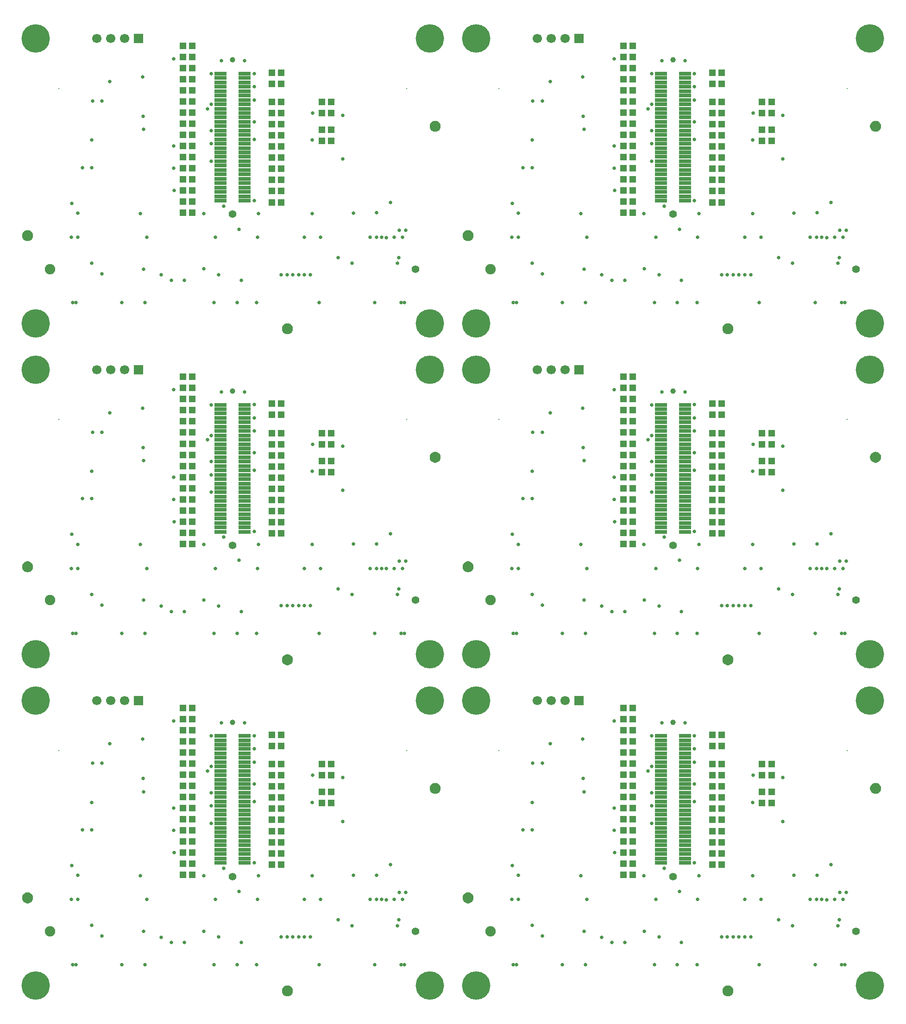
<source format=gbs>
G04*
G04 #@! TF.GenerationSoftware,Altium Limited,Altium Designer,19.0.15 (446)*
G04*
G04 Layer_Color=16711935*
%FSLAX43Y43*%
%MOMM*%
G71*
G01*
G75*
%ADD20C,1.700*%
%ADD34C,1.000*%
%ADD35R,1.300X1.200*%
%ADD39C,1.900*%
%ADD40C,1.400*%
%ADD41C,5.200*%
%ADD42R,1.700X1.700*%
%ADD43C,0.657*%
%ADD44R,2.200X0.700*%
%ADD45C,0.200*%
G36*
X167500Y162000D02*
X167598Y162000D01*
X167792Y161962D01*
X167974Y161886D01*
X168137Y161777D01*
X168277Y161637D01*
X168386Y161474D01*
X168462Y161292D01*
X168500Y161098D01*
X168500Y161000D01*
Y161000D01*
X168500Y160902D01*
X168462Y160708D01*
X168386Y160526D01*
X168277Y160363D01*
X168137Y160223D01*
X167974Y160114D01*
X167792Y160038D01*
X167599Y160000D01*
X167500D01*
X167402Y160000D01*
X167208Y160038D01*
X167026Y160114D01*
X166863Y160223D01*
X166723Y160363D01*
X166614Y160526D01*
X166538Y160708D01*
X166500Y160902D01*
X166500Y161000D01*
X166500Y161098D01*
X166538Y161292D01*
X166614Y161474D01*
X166723Y161637D01*
X166863Y161777D01*
X167026Y161886D01*
X167208Y161962D01*
X167402Y162000D01*
X167500Y162000D01*
D02*
G37*
G36*
X87000D02*
X87099Y162000D01*
X87292Y161962D01*
X87474Y161886D01*
X87637Y161777D01*
X87777Y161637D01*
X87886Y161474D01*
X87962Y161292D01*
X88000Y161098D01*
X88000Y161000D01*
Y161000D01*
X88000Y160902D01*
X87962Y160708D01*
X87886Y160526D01*
X87777Y160363D01*
X87637Y160223D01*
X87474Y160114D01*
X87292Y160038D01*
X87099Y160000D01*
X87000D01*
X86902Y160000D01*
X86708Y160038D01*
X86526Y160114D01*
X86363Y160223D01*
X86223Y160363D01*
X86114Y160526D01*
X86038Y160708D01*
X86000Y160902D01*
X86000Y161000D01*
X86000Y161098D01*
X86038Y161292D01*
X86114Y161474D01*
X86223Y161637D01*
X86363Y161777D01*
X86526Y161886D01*
X86708Y161962D01*
X86902Y162000D01*
X87000Y162000D01*
D02*
G37*
G36*
X93000Y142000D02*
X93099Y142000D01*
X93292Y141962D01*
X93474Y141886D01*
X93637Y141777D01*
X93777Y141637D01*
X93886Y141474D01*
X93962Y141292D01*
X94000Y141098D01*
X94000Y141000D01*
Y141000D01*
X94000Y140902D01*
X93962Y140708D01*
X93886Y140526D01*
X93777Y140363D01*
X93637Y140223D01*
X93474Y140114D01*
X93292Y140038D01*
X93099Y140000D01*
X93000D01*
X92902Y140000D01*
X92708Y140038D01*
X92526Y140114D01*
X92363Y140223D01*
X92223Y140363D01*
X92114Y140526D01*
X92038Y140708D01*
X92000Y140902D01*
X92000Y141000D01*
X92000Y141098D01*
X92038Y141292D01*
X92114Y141474D01*
X92223Y141637D01*
X92363Y141777D01*
X92526Y141886D01*
X92708Y141962D01*
X92902Y142000D01*
X93000Y142000D01*
D02*
G37*
G36*
X12500D02*
X12599Y142000D01*
X12792Y141962D01*
X12974Y141886D01*
X13137Y141777D01*
X13277Y141637D01*
X13386Y141474D01*
X13462Y141292D01*
X13500Y141098D01*
X13500Y141000D01*
Y141000D01*
X13500Y140902D01*
X13462Y140708D01*
X13386Y140526D01*
X13277Y140363D01*
X13137Y140223D01*
X12974Y140114D01*
X12792Y140038D01*
X12599Y140000D01*
X12500D01*
X12402Y140000D01*
X12208Y140038D01*
X12026Y140114D01*
X11863Y140223D01*
X11723Y140363D01*
X11614Y140526D01*
X11538Y140708D01*
X11500Y140902D01*
X11500Y141000D01*
X11500Y141098D01*
X11538Y141292D01*
X11614Y141474D01*
X11723Y141637D01*
X11863Y141777D01*
X12026Y141886D01*
X12208Y141962D01*
X12402Y142000D01*
X12500Y142000D01*
D02*
G37*
G36*
X140500Y125000D02*
X140598Y125000D01*
X140792Y124962D01*
X140974Y124886D01*
X141137Y124777D01*
X141277Y124637D01*
X141386Y124474D01*
X141462Y124292D01*
X141500Y124098D01*
X141500Y124000D01*
Y124000D01*
X141500Y123901D01*
X141462Y123708D01*
X141386Y123526D01*
X141277Y123363D01*
X141137Y123223D01*
X140974Y123114D01*
X140792Y123038D01*
X140599Y123000D01*
X140500D01*
X140402Y123000D01*
X140208Y123038D01*
X140026Y123114D01*
X139863Y123223D01*
X139723Y123363D01*
X139614Y123526D01*
X139538Y123708D01*
X139500Y123901D01*
X139500Y124000D01*
X139500Y124098D01*
X139538Y124292D01*
X139614Y124474D01*
X139723Y124637D01*
X139863Y124777D01*
X140026Y124886D01*
X140208Y124962D01*
X140402Y125000D01*
X140500Y125000D01*
D02*
G37*
G36*
X60000D02*
X60098Y125000D01*
X60292Y124962D01*
X60474Y124886D01*
X60637Y124777D01*
X60777Y124637D01*
X60886Y124474D01*
X60962Y124292D01*
X61000Y124098D01*
X61000Y124000D01*
Y124000D01*
X61000Y123901D01*
X60962Y123708D01*
X60886Y123526D01*
X60777Y123363D01*
X60637Y123223D01*
X60474Y123114D01*
X60292Y123038D01*
X60099Y123000D01*
X60000D01*
X59902Y123000D01*
X59708Y123038D01*
X59526Y123114D01*
X59363Y123223D01*
X59223Y123363D01*
X59114Y123526D01*
X59038Y123708D01*
X59000Y123901D01*
X59000Y124000D01*
X59000Y124098D01*
X59038Y124292D01*
X59114Y124474D01*
X59223Y124637D01*
X59363Y124777D01*
X59526Y124886D01*
X59708Y124962D01*
X59902Y125000D01*
X60000Y125000D01*
D02*
G37*
G36*
X167500Y101500D02*
X167598Y101500D01*
X167792Y101462D01*
X167974Y101386D01*
X168137Y101277D01*
X168277Y101137D01*
X168386Y100974D01*
X168462Y100792D01*
X168500Y100598D01*
X168500Y100500D01*
Y100500D01*
X168500Y100401D01*
X168462Y100208D01*
X168386Y100026D01*
X168277Y99863D01*
X168137Y99723D01*
X167974Y99614D01*
X167792Y99538D01*
X167599Y99500D01*
X167500D01*
X167402Y99500D01*
X167208Y99538D01*
X167026Y99614D01*
X166863Y99723D01*
X166723Y99863D01*
X166614Y100026D01*
X166538Y100208D01*
X166500Y100401D01*
X166500Y100500D01*
X166500Y100598D01*
X166538Y100792D01*
X166614Y100974D01*
X166723Y101137D01*
X166863Y101277D01*
X167026Y101386D01*
X167208Y101462D01*
X167402Y101500D01*
X167500Y101500D01*
D02*
G37*
G36*
X87000D02*
X87099Y101500D01*
X87292Y101462D01*
X87474Y101386D01*
X87637Y101277D01*
X87777Y101137D01*
X87886Y100974D01*
X87962Y100792D01*
X88000Y100598D01*
X88000Y100500D01*
Y100500D01*
X88000Y100401D01*
X87962Y100208D01*
X87886Y100026D01*
X87777Y99863D01*
X87637Y99723D01*
X87474Y99614D01*
X87292Y99538D01*
X87099Y99500D01*
X87000D01*
X86902Y99500D01*
X86708Y99538D01*
X86526Y99614D01*
X86363Y99723D01*
X86223Y99863D01*
X86114Y100026D01*
X86038Y100208D01*
X86000Y100401D01*
X86000Y100500D01*
X86000Y100598D01*
X86038Y100792D01*
X86114Y100974D01*
X86223Y101137D01*
X86363Y101277D01*
X86526Y101386D01*
X86708Y101462D01*
X86902Y101500D01*
X87000Y101500D01*
D02*
G37*
G36*
X93000Y81500D02*
X93099Y81500D01*
X93292Y81462D01*
X93474Y81386D01*
X93637Y81277D01*
X93777Y81137D01*
X93886Y80974D01*
X93962Y80792D01*
X94000Y80598D01*
X94000Y80500D01*
Y80500D01*
X94000Y80401D01*
X93962Y80208D01*
X93886Y80026D01*
X93777Y79863D01*
X93637Y79723D01*
X93474Y79614D01*
X93292Y79538D01*
X93099Y79500D01*
X93000D01*
X92902Y79500D01*
X92708Y79538D01*
X92526Y79614D01*
X92363Y79723D01*
X92223Y79863D01*
X92114Y80026D01*
X92038Y80208D01*
X92000Y80401D01*
X92000Y80500D01*
X92000Y80598D01*
X92038Y80792D01*
X92114Y80974D01*
X92223Y81137D01*
X92363Y81277D01*
X92526Y81386D01*
X92708Y81462D01*
X92902Y81500D01*
X93000Y81500D01*
D02*
G37*
G36*
X12500D02*
X12599Y81500D01*
X12792Y81462D01*
X12974Y81386D01*
X13137Y81277D01*
X13277Y81137D01*
X13386Y80974D01*
X13462Y80792D01*
X13500Y80598D01*
X13500Y80500D01*
Y80500D01*
X13500Y80401D01*
X13462Y80208D01*
X13386Y80026D01*
X13277Y79863D01*
X13137Y79723D01*
X12974Y79614D01*
X12792Y79538D01*
X12599Y79500D01*
X12500D01*
X12402Y79500D01*
X12208Y79538D01*
X12026Y79614D01*
X11863Y79723D01*
X11723Y79863D01*
X11614Y80026D01*
X11538Y80208D01*
X11500Y80401D01*
X11500Y80500D01*
X11500Y80598D01*
X11538Y80792D01*
X11614Y80974D01*
X11723Y81137D01*
X11863Y81277D01*
X12026Y81386D01*
X12208Y81462D01*
X12402Y81500D01*
X12500Y81500D01*
D02*
G37*
G36*
X140500Y64500D02*
X140598Y64500D01*
X140792Y64462D01*
X140974Y64386D01*
X141137Y64277D01*
X141277Y64137D01*
X141386Y63974D01*
X141462Y63792D01*
X141500Y63598D01*
X141500Y63500D01*
Y63500D01*
X141500Y63402D01*
X141462Y63208D01*
X141386Y63026D01*
X141277Y62863D01*
X141137Y62723D01*
X140974Y62614D01*
X140792Y62538D01*
X140599Y62500D01*
X140500D01*
X140402Y62500D01*
X140208Y62538D01*
X140026Y62614D01*
X139863Y62723D01*
X139723Y62862D01*
X139614Y63026D01*
X139538Y63208D01*
X139500Y63402D01*
X139500Y63500D01*
X139500Y63598D01*
X139538Y63792D01*
X139614Y63974D01*
X139723Y64137D01*
X139863Y64277D01*
X140026Y64386D01*
X140208Y64462D01*
X140402Y64500D01*
X140500Y64500D01*
D02*
G37*
G36*
X60000D02*
X60098Y64500D01*
X60292Y64462D01*
X60474Y64386D01*
X60637Y64277D01*
X60777Y64137D01*
X60886Y63974D01*
X60962Y63792D01*
X61000Y63598D01*
X61000Y63500D01*
Y63500D01*
X61000Y63402D01*
X60962Y63208D01*
X60886Y63026D01*
X60777Y62863D01*
X60637Y62723D01*
X60474Y62614D01*
X60292Y62538D01*
X60099Y62500D01*
X60000D01*
X59902Y62500D01*
X59708Y62538D01*
X59526Y62614D01*
X59363Y62723D01*
X59223Y62862D01*
X59114Y63026D01*
X59038Y63208D01*
X59000Y63402D01*
X59000Y63500D01*
X59000Y63598D01*
X59038Y63792D01*
X59114Y63974D01*
X59223Y64137D01*
X59363Y64277D01*
X59526Y64386D01*
X59708Y64462D01*
X59902Y64500D01*
X60000Y64500D01*
D02*
G37*
G36*
X167500Y41000D02*
X167598Y41000D01*
X167792Y40962D01*
X167974Y40886D01*
X168137Y40777D01*
X168277Y40637D01*
X168386Y40474D01*
X168462Y40292D01*
X168500Y40098D01*
X168500Y40000D01*
Y40000D01*
X168500Y39902D01*
X168462Y39708D01*
X168386Y39526D01*
X168277Y39363D01*
X168137Y39223D01*
X167974Y39114D01*
X167792Y39038D01*
X167599Y39000D01*
X167500D01*
X167402Y39000D01*
X167208Y39038D01*
X167026Y39114D01*
X166863Y39223D01*
X166723Y39362D01*
X166614Y39526D01*
X166538Y39708D01*
X166500Y39902D01*
X166500Y40000D01*
X166500Y40098D01*
X166538Y40292D01*
X166614Y40474D01*
X166723Y40637D01*
X166863Y40777D01*
X167026Y40886D01*
X167208Y40962D01*
X167402Y41000D01*
X167500Y41000D01*
D02*
G37*
G36*
X87000D02*
X87099Y41000D01*
X87292Y40962D01*
X87474Y40886D01*
X87637Y40777D01*
X87777Y40637D01*
X87886Y40474D01*
X87962Y40292D01*
X88000Y40098D01*
X88000Y40000D01*
Y40000D01*
X88000Y39902D01*
X87962Y39708D01*
X87886Y39526D01*
X87777Y39363D01*
X87637Y39223D01*
X87474Y39114D01*
X87292Y39038D01*
X87099Y39000D01*
X87000D01*
X86902Y39000D01*
X86708Y39038D01*
X86526Y39114D01*
X86363Y39223D01*
X86223Y39362D01*
X86114Y39526D01*
X86038Y39708D01*
X86000Y39902D01*
X86000Y40000D01*
X86000Y40098D01*
X86038Y40292D01*
X86114Y40474D01*
X86223Y40637D01*
X86363Y40777D01*
X86526Y40886D01*
X86708Y40962D01*
X86902Y41000D01*
X87000Y41000D01*
D02*
G37*
G36*
X93000Y21000D02*
X93099Y21000D01*
X93292Y20962D01*
X93474Y20886D01*
X93637Y20777D01*
X93777Y20637D01*
X93886Y20474D01*
X93962Y20292D01*
X94000Y20098D01*
X94000Y20000D01*
Y20000D01*
X94000Y19902D01*
X93962Y19708D01*
X93886Y19526D01*
X93777Y19363D01*
X93637Y19223D01*
X93474Y19114D01*
X93292Y19038D01*
X93099Y19000D01*
X93000D01*
X92902Y19000D01*
X92708Y19038D01*
X92526Y19114D01*
X92363Y19223D01*
X92223Y19362D01*
X92114Y19526D01*
X92038Y19708D01*
X92000Y19902D01*
X92000Y20000D01*
X92000Y20098D01*
X92038Y20292D01*
X92114Y20474D01*
X92223Y20637D01*
X92363Y20777D01*
X92526Y20886D01*
X92708Y20962D01*
X92902Y21000D01*
X93000Y21000D01*
D02*
G37*
G36*
X12500D02*
X12599Y21000D01*
X12792Y20962D01*
X12974Y20886D01*
X13137Y20777D01*
X13277Y20637D01*
X13386Y20474D01*
X13462Y20292D01*
X13500Y20098D01*
X13500Y20000D01*
Y20000D01*
X13500Y19902D01*
X13462Y19708D01*
X13386Y19526D01*
X13277Y19363D01*
X13137Y19223D01*
X12974Y19114D01*
X12792Y19038D01*
X12599Y19000D01*
X12500D01*
X12402Y19000D01*
X12208Y19038D01*
X12026Y19114D01*
X11863Y19223D01*
X11723Y19362D01*
X11614Y19526D01*
X11538Y19708D01*
X11500Y19902D01*
X11500Y20000D01*
X11500Y20098D01*
X11538Y20292D01*
X11614Y20474D01*
X11723Y20637D01*
X11863Y20777D01*
X12026Y20886D01*
X12208Y20962D01*
X12402Y21000D01*
X12500Y21000D01*
D02*
G37*
G36*
X140500Y4000D02*
X140598Y4000D01*
X140792Y3962D01*
X140974Y3886D01*
X141137Y3777D01*
X141277Y3637D01*
X141386Y3474D01*
X141462Y3292D01*
X141500Y3098D01*
X141500Y3000D01*
Y3000D01*
X141500Y2901D01*
X141462Y2708D01*
X141386Y2526D01*
X141277Y2363D01*
X141137Y2223D01*
X140974Y2114D01*
X140792Y2038D01*
X140599Y2000D01*
X140500D01*
X140402Y2000D01*
X140208Y2038D01*
X140026Y2114D01*
X139863Y2223D01*
X139723Y2362D01*
X139614Y2526D01*
X139538Y2708D01*
X139500Y2901D01*
X139500Y3000D01*
X139500Y3098D01*
X139538Y3292D01*
X139614Y3474D01*
X139723Y3637D01*
X139863Y3777D01*
X140026Y3886D01*
X140208Y3962D01*
X140402Y4000D01*
X140500Y4000D01*
D02*
G37*
G36*
X60000D02*
X60098Y4000D01*
X60292Y3962D01*
X60474Y3886D01*
X60637Y3777D01*
X60777Y3637D01*
X60886Y3474D01*
X60962Y3292D01*
X61000Y3098D01*
X61000Y3000D01*
Y3000D01*
X61000Y2901D01*
X60962Y2708D01*
X60886Y2526D01*
X60777Y2363D01*
X60637Y2223D01*
X60474Y2114D01*
X60292Y2038D01*
X60099Y2000D01*
X60000D01*
X59902Y2000D01*
X59708Y2038D01*
X59526Y2114D01*
X59363Y2223D01*
X59223Y2362D01*
X59114Y2526D01*
X59038Y2708D01*
X59000Y2901D01*
X59000Y3000D01*
X59000Y3098D01*
X59038Y3292D01*
X59114Y3474D01*
X59223Y3637D01*
X59363Y3777D01*
X59526Y3886D01*
X59708Y3962D01*
X59902Y4000D01*
X60000Y4000D01*
D02*
G37*
D20*
X30272Y56000D02*
D03*
X27732D02*
D03*
X25192D02*
D03*
X110772D02*
D03*
X108232D02*
D03*
X105692D02*
D03*
X30272Y116500D02*
D03*
X27732D02*
D03*
X25192D02*
D03*
X110772D02*
D03*
X108232D02*
D03*
X105692D02*
D03*
X30272Y177000D02*
D03*
X27732D02*
D03*
X25192D02*
D03*
X110772D02*
D03*
X108232D02*
D03*
X105692D02*
D03*
D34*
X50000Y52100D02*
D03*
X130500D02*
D03*
X50000Y112600D02*
D03*
X130500D02*
D03*
X50000Y173100D02*
D03*
X130500D02*
D03*
D35*
X40891Y34352D02*
D03*
X42591D02*
D03*
X42591Y46560D02*
D03*
X40891D02*
D03*
X42591Y44524D02*
D03*
X40891D02*
D03*
X42591Y42488D02*
D03*
X40891D02*
D03*
X42591Y40452D02*
D03*
X40891D02*
D03*
X58845Y32206D02*
D03*
X57145D02*
D03*
X58845Y26097D02*
D03*
X57145D02*
D03*
X67973Y37296D02*
D03*
X66273D02*
D03*
X67973Y39332D02*
D03*
X66273D02*
D03*
X67973Y42386D02*
D03*
X66273D02*
D03*
X67973Y44422D02*
D03*
X66273D02*
D03*
X58845Y40350D02*
D03*
X57145D02*
D03*
X58845Y42386D02*
D03*
X57145D02*
D03*
X58845Y44422D02*
D03*
X57145D02*
D03*
X58845Y34242D02*
D03*
X57145D02*
D03*
X58845Y36278D02*
D03*
X57145D02*
D03*
X58845Y38314D02*
D03*
X57145D02*
D03*
X58845Y49798D02*
D03*
X57145D02*
D03*
X58845Y47762D02*
D03*
X57145D02*
D03*
X58845Y30170D02*
D03*
X57145D02*
D03*
X58845Y28133D02*
D03*
X57145D02*
D03*
X42591Y30288D02*
D03*
X40891D02*
D03*
X42591Y28256D02*
D03*
X40891D02*
D03*
X42591Y26224D02*
D03*
X40891D02*
D03*
X42591Y24192D02*
D03*
X40891D02*
D03*
X42591Y54704D02*
D03*
X40891D02*
D03*
X42591Y52668D02*
D03*
X40891D02*
D03*
X42591Y50632D02*
D03*
X40891D02*
D03*
X42591Y48596D02*
D03*
X40891D02*
D03*
X42591Y32320D02*
D03*
X40891D02*
D03*
X42591Y38416D02*
D03*
X40891D02*
D03*
X42591Y36384D02*
D03*
X40891D02*
D03*
X121391Y34352D02*
D03*
X123091D02*
D03*
X123091Y46560D02*
D03*
X121391D02*
D03*
X123091Y44524D02*
D03*
X121391D02*
D03*
X123091Y42488D02*
D03*
X121391D02*
D03*
X123091Y40452D02*
D03*
X121391D02*
D03*
X139345Y32206D02*
D03*
X137645D02*
D03*
X139345Y26097D02*
D03*
X137645D02*
D03*
X148473Y37296D02*
D03*
X146773D02*
D03*
X148473Y39332D02*
D03*
X146773D02*
D03*
X148473Y42386D02*
D03*
X146773D02*
D03*
X148473Y44422D02*
D03*
X146773D02*
D03*
X139345Y40350D02*
D03*
X137645D02*
D03*
X139345Y42386D02*
D03*
X137645D02*
D03*
X139345Y44422D02*
D03*
X137645D02*
D03*
X139345Y34242D02*
D03*
X137645D02*
D03*
X139345Y36278D02*
D03*
X137645D02*
D03*
X139345Y38314D02*
D03*
X137645D02*
D03*
X139345Y49798D02*
D03*
X137645D02*
D03*
X139345Y47762D02*
D03*
X137645D02*
D03*
X139345Y30170D02*
D03*
X137645D02*
D03*
X139345Y28133D02*
D03*
X137645D02*
D03*
X123091Y30288D02*
D03*
X121391D02*
D03*
X123091Y28256D02*
D03*
X121391D02*
D03*
X123091Y26224D02*
D03*
X121391D02*
D03*
X123091Y24192D02*
D03*
X121391D02*
D03*
X123091Y54704D02*
D03*
X121391D02*
D03*
X123091Y52668D02*
D03*
X121391D02*
D03*
X123091Y50632D02*
D03*
X121391D02*
D03*
X123091Y48596D02*
D03*
X121391D02*
D03*
X123091Y32320D02*
D03*
X121391D02*
D03*
X123091Y38416D02*
D03*
X121391D02*
D03*
X123091Y36384D02*
D03*
X121391D02*
D03*
X40891Y94852D02*
D03*
X42591D02*
D03*
X42591Y107060D02*
D03*
X40891D02*
D03*
X42591Y105024D02*
D03*
X40891D02*
D03*
X42591Y102988D02*
D03*
X40891D02*
D03*
X42591Y100952D02*
D03*
X40891D02*
D03*
X58845Y92706D02*
D03*
X57145D02*
D03*
X58845Y86597D02*
D03*
X57145D02*
D03*
X67973Y97796D02*
D03*
X66273D02*
D03*
X67973Y99832D02*
D03*
X66273D02*
D03*
X67973Y102886D02*
D03*
X66273D02*
D03*
X67973Y104922D02*
D03*
X66273D02*
D03*
X58845Y100850D02*
D03*
X57145D02*
D03*
X58845Y102886D02*
D03*
X57145D02*
D03*
X58845Y104922D02*
D03*
X57145D02*
D03*
X58845Y94742D02*
D03*
X57145D02*
D03*
X58845Y96778D02*
D03*
X57145D02*
D03*
X58845Y98814D02*
D03*
X57145D02*
D03*
X58845Y110298D02*
D03*
X57145D02*
D03*
X58845Y108262D02*
D03*
X57145D02*
D03*
X58845Y90670D02*
D03*
X57145D02*
D03*
X58845Y88633D02*
D03*
X57145D02*
D03*
X42591Y90788D02*
D03*
X40891D02*
D03*
X42591Y88756D02*
D03*
X40891D02*
D03*
X42591Y86724D02*
D03*
X40891D02*
D03*
X42591Y84692D02*
D03*
X40891D02*
D03*
X42591Y115204D02*
D03*
X40891D02*
D03*
X42591Y113168D02*
D03*
X40891D02*
D03*
X42591Y111132D02*
D03*
X40891D02*
D03*
X42591Y109096D02*
D03*
X40891D02*
D03*
X42591Y92820D02*
D03*
X40891D02*
D03*
X42591Y98916D02*
D03*
X40891D02*
D03*
X42591Y96884D02*
D03*
X40891D02*
D03*
X121391Y94852D02*
D03*
X123091D02*
D03*
X123091Y107060D02*
D03*
X121391D02*
D03*
X123091Y105024D02*
D03*
X121391D02*
D03*
X123091Y102988D02*
D03*
X121391D02*
D03*
X123091Y100952D02*
D03*
X121391D02*
D03*
X139345Y92706D02*
D03*
X137645D02*
D03*
X139345Y86597D02*
D03*
X137645D02*
D03*
X148473Y97796D02*
D03*
X146773D02*
D03*
X148473Y99832D02*
D03*
X146773D02*
D03*
X148473Y102886D02*
D03*
X146773D02*
D03*
X148473Y104922D02*
D03*
X146773D02*
D03*
X139345Y100850D02*
D03*
X137645D02*
D03*
X139345Y102886D02*
D03*
X137645D02*
D03*
X139345Y104922D02*
D03*
X137645D02*
D03*
X139345Y94742D02*
D03*
X137645D02*
D03*
X139345Y96778D02*
D03*
X137645D02*
D03*
X139345Y98814D02*
D03*
X137645D02*
D03*
X139345Y110298D02*
D03*
X137645D02*
D03*
X139345Y108262D02*
D03*
X137645D02*
D03*
X139345Y90670D02*
D03*
X137645D02*
D03*
X139345Y88633D02*
D03*
X137645D02*
D03*
X123091Y90788D02*
D03*
X121391D02*
D03*
X123091Y88756D02*
D03*
X121391D02*
D03*
X123091Y86724D02*
D03*
X121391D02*
D03*
X123091Y84692D02*
D03*
X121391D02*
D03*
X123091Y115204D02*
D03*
X121391D02*
D03*
X123091Y113168D02*
D03*
X121391D02*
D03*
X123091Y111132D02*
D03*
X121391D02*
D03*
X123091Y109096D02*
D03*
X121391D02*
D03*
X123091Y92820D02*
D03*
X121391D02*
D03*
X123091Y98916D02*
D03*
X121391D02*
D03*
X123091Y96884D02*
D03*
X121391D02*
D03*
X40891Y155352D02*
D03*
X42591D02*
D03*
X42591Y167560D02*
D03*
X40891D02*
D03*
X42591Y165524D02*
D03*
X40891D02*
D03*
X42591Y163488D02*
D03*
X40891D02*
D03*
X42591Y161452D02*
D03*
X40891D02*
D03*
X58845Y153206D02*
D03*
X57145D02*
D03*
X58845Y147097D02*
D03*
X57145D02*
D03*
X67973Y158296D02*
D03*
X66273D02*
D03*
X67973Y160332D02*
D03*
X66273D02*
D03*
X67973Y163386D02*
D03*
X66273D02*
D03*
X67973Y165422D02*
D03*
X66273D02*
D03*
X58845Y161350D02*
D03*
X57145D02*
D03*
X58845Y163386D02*
D03*
X57145D02*
D03*
X58845Y165422D02*
D03*
X57145D02*
D03*
X58845Y155242D02*
D03*
X57145D02*
D03*
X58845Y157278D02*
D03*
X57145D02*
D03*
X58845Y159314D02*
D03*
X57145D02*
D03*
X58845Y170798D02*
D03*
X57145D02*
D03*
X58845Y168762D02*
D03*
X57145D02*
D03*
X58845Y151170D02*
D03*
X57145D02*
D03*
X58845Y149133D02*
D03*
X57145D02*
D03*
X42591Y151288D02*
D03*
X40891D02*
D03*
X42591Y149256D02*
D03*
X40891D02*
D03*
X42591Y147224D02*
D03*
X40891D02*
D03*
X42591Y145192D02*
D03*
X40891D02*
D03*
X42591Y175704D02*
D03*
X40891D02*
D03*
X42591Y173668D02*
D03*
X40891D02*
D03*
X42591Y171632D02*
D03*
X40891D02*
D03*
X42591Y169596D02*
D03*
X40891D02*
D03*
X42591Y153320D02*
D03*
X40891D02*
D03*
X42591Y159416D02*
D03*
X40891D02*
D03*
X42591Y157384D02*
D03*
X40891D02*
D03*
X121391Y155352D02*
D03*
X123091D02*
D03*
X123091Y167560D02*
D03*
X121391D02*
D03*
X123091Y165524D02*
D03*
X121391D02*
D03*
X123091Y163488D02*
D03*
X121391D02*
D03*
X123091Y161452D02*
D03*
X121391D02*
D03*
X139345Y153206D02*
D03*
X137645D02*
D03*
X139345Y147097D02*
D03*
X137645D02*
D03*
X148473Y158296D02*
D03*
X146773D02*
D03*
X148473Y160332D02*
D03*
X146773D02*
D03*
X148473Y163386D02*
D03*
X146773D02*
D03*
X148473Y165422D02*
D03*
X146773D02*
D03*
X139345Y161350D02*
D03*
X137645D02*
D03*
X139345Y163386D02*
D03*
X137645D02*
D03*
X139345Y165422D02*
D03*
X137645D02*
D03*
X139345Y155242D02*
D03*
X137645D02*
D03*
X139345Y157278D02*
D03*
X137645D02*
D03*
X139345Y159314D02*
D03*
X137645D02*
D03*
X139345Y170798D02*
D03*
X137645D02*
D03*
X139345Y168762D02*
D03*
X137645D02*
D03*
X139345Y151170D02*
D03*
X137645D02*
D03*
X139345Y149133D02*
D03*
X137645D02*
D03*
X123091Y151288D02*
D03*
X121391D02*
D03*
X123091Y149256D02*
D03*
X121391D02*
D03*
X123091Y147224D02*
D03*
X121391D02*
D03*
X123091Y145192D02*
D03*
X121391D02*
D03*
X123091Y175704D02*
D03*
X121391D02*
D03*
X123091Y173668D02*
D03*
X121391D02*
D03*
X123091Y171632D02*
D03*
X121391D02*
D03*
X123091Y169596D02*
D03*
X121391D02*
D03*
X123091Y153320D02*
D03*
X121391D02*
D03*
X123091Y159416D02*
D03*
X121391D02*
D03*
X123091Y157384D02*
D03*
X121391D02*
D03*
D39*
X16614Y13905D02*
D03*
X97114D02*
D03*
X16614Y74405D02*
D03*
X97114D02*
D03*
X16614Y134905D02*
D03*
X97114D02*
D03*
D40*
X83414Y13905D02*
D03*
X50000Y23900D02*
D03*
X163914Y13905D02*
D03*
X130500Y23900D02*
D03*
X83414Y74405D02*
D03*
X50000Y84400D02*
D03*
X163914Y74405D02*
D03*
X130500Y84400D02*
D03*
X83414Y134905D02*
D03*
X50000Y144900D02*
D03*
X163914Y134905D02*
D03*
X130500Y144900D02*
D03*
D41*
X14000Y56000D02*
D03*
Y4000D02*
D03*
X86000D02*
D03*
Y56000D02*
D03*
X94500D02*
D03*
Y4000D02*
D03*
X166500D02*
D03*
Y56000D02*
D03*
X14000Y116500D02*
D03*
Y64500D02*
D03*
X86000D02*
D03*
Y116500D02*
D03*
X94500D02*
D03*
Y64500D02*
D03*
X166500D02*
D03*
Y116500D02*
D03*
X14000Y177000D02*
D03*
Y125000D02*
D03*
X86000D02*
D03*
Y177000D02*
D03*
X94500D02*
D03*
Y125000D02*
D03*
X166500D02*
D03*
Y177000D02*
D03*
D42*
X32812Y56000D02*
D03*
X113312D02*
D03*
X32812Y116500D02*
D03*
X113312D02*
D03*
X32812Y177000D02*
D03*
X113312D02*
D03*
D43*
X64564Y37453D02*
D03*
X64610Y42386D02*
D03*
X47913Y51943D02*
D03*
X52164D02*
D03*
X41164Y11805D02*
D03*
X39191Y52324D02*
D03*
X50767Y7805D02*
D03*
X76294Y24162D02*
D03*
X78834Y26035D02*
D03*
X80104Y14925D02*
D03*
X54364Y7805D02*
D03*
X33697Y13895D02*
D03*
X51529Y11835D02*
D03*
X38764Y11805D02*
D03*
X26060Y13000D02*
D03*
X44694Y13918D02*
D03*
X80358Y15955D02*
D03*
X71788Y14925D02*
D03*
X69262Y15955D02*
D03*
X26060Y44596D02*
D03*
X70071Y33977D02*
D03*
X53900Y49603D02*
D03*
Y47203D02*
D03*
Y44803D02*
D03*
Y40803D02*
D03*
Y37603D02*
D03*
X48364Y25390D02*
D03*
X44671Y24062D02*
D03*
X33114Y24062D02*
D03*
X64500D02*
D03*
X20570Y25908D02*
D03*
X80464Y21000D02*
D03*
X79500Y19685D02*
D03*
X81074D02*
D03*
X81664Y21000D02*
D03*
X64160Y12865D02*
D03*
X62035D02*
D03*
X63098D02*
D03*
X60973D02*
D03*
X58849D02*
D03*
X77183Y19685D02*
D03*
X24224Y14957D02*
D03*
X27560Y48128D02*
D03*
X36938Y12812D02*
D03*
X33495Y48993D02*
D03*
X33686Y39404D02*
D03*
X33594Y41782D02*
D03*
X39191Y36384D02*
D03*
X45400Y43200D02*
D03*
X47446Y12847D02*
D03*
X51148Y21180D02*
D03*
X39288Y28256D02*
D03*
X39191Y32320D02*
D03*
X20500Y19685D02*
D03*
X59911Y12865D02*
D03*
X63064Y19685D02*
D03*
X70071Y42008D02*
D03*
X75064Y19685D02*
D03*
X46100Y44000D02*
D03*
Y39200D02*
D03*
Y36800D02*
D03*
Y33600D02*
D03*
X54710Y24062D02*
D03*
X76264Y19685D02*
D03*
X46100Y49600D02*
D03*
X53900Y26403D02*
D03*
X78064Y19656D02*
D03*
X21664Y19685D02*
D03*
X20764Y7805D02*
D03*
X21364D02*
D03*
X29764D02*
D03*
X33964D02*
D03*
X46564D02*
D03*
X65764D02*
D03*
X75964D02*
D03*
X80764D02*
D03*
X81364D02*
D03*
X24224Y32421D02*
D03*
Y37453D02*
D03*
X22527Y32421D02*
D03*
X24363Y44596D02*
D03*
X21684Y24112D02*
D03*
X72064Y24123D02*
D03*
X54500Y19685D02*
D03*
X34257D02*
D03*
X46864D02*
D03*
X66064D02*
D03*
X145064Y37453D02*
D03*
X145110Y42386D02*
D03*
X128413Y51943D02*
D03*
X132664D02*
D03*
X121664Y11805D02*
D03*
X119691Y52324D02*
D03*
X131267Y7805D02*
D03*
X156794Y24162D02*
D03*
X159334Y26035D02*
D03*
X160604Y14925D02*
D03*
X134864Y7805D02*
D03*
X114197Y13895D02*
D03*
X132029Y11835D02*
D03*
X119264Y11805D02*
D03*
X106560Y13000D02*
D03*
X125194Y13918D02*
D03*
X160858Y15955D02*
D03*
X152288Y14925D02*
D03*
X149762Y15955D02*
D03*
X106560Y44596D02*
D03*
X150571Y33977D02*
D03*
X134400Y49603D02*
D03*
Y47203D02*
D03*
Y44803D02*
D03*
Y40803D02*
D03*
Y37603D02*
D03*
X128864Y25390D02*
D03*
X125171Y24062D02*
D03*
X113614Y24062D02*
D03*
X145000D02*
D03*
X101070Y25908D02*
D03*
X160964Y21000D02*
D03*
X160000Y19685D02*
D03*
X161574D02*
D03*
X162164Y21000D02*
D03*
X144660Y12865D02*
D03*
X142535D02*
D03*
X143598D02*
D03*
X141473D02*
D03*
X139349D02*
D03*
X157683Y19685D02*
D03*
X104724Y14957D02*
D03*
X108060Y48128D02*
D03*
X117438Y12812D02*
D03*
X113995Y48993D02*
D03*
X114186Y39404D02*
D03*
X114094Y41782D02*
D03*
X119691Y36384D02*
D03*
X125900Y43200D02*
D03*
X127947Y12847D02*
D03*
X131648Y21180D02*
D03*
X119788Y28256D02*
D03*
X119691Y32320D02*
D03*
X101000Y19685D02*
D03*
X140411Y12865D02*
D03*
X143564Y19685D02*
D03*
X150571Y42008D02*
D03*
X155564Y19685D02*
D03*
X126600Y44000D02*
D03*
Y39200D02*
D03*
Y36800D02*
D03*
Y33600D02*
D03*
X135210Y24062D02*
D03*
X156764Y19685D02*
D03*
X126600Y49600D02*
D03*
X134400Y26403D02*
D03*
X158564Y19656D02*
D03*
X102164Y19685D02*
D03*
X101264Y7805D02*
D03*
X101864D02*
D03*
X110264D02*
D03*
X114464D02*
D03*
X127064D02*
D03*
X146264D02*
D03*
X156464D02*
D03*
X161264D02*
D03*
X161864D02*
D03*
X104724Y32421D02*
D03*
Y37453D02*
D03*
X103027Y32421D02*
D03*
X104863Y44596D02*
D03*
X102184Y24112D02*
D03*
X152564Y24123D02*
D03*
X135000Y19685D02*
D03*
X114757D02*
D03*
X127364D02*
D03*
X146564D02*
D03*
X64564Y97953D02*
D03*
X64610Y102886D02*
D03*
X47913Y112443D02*
D03*
X52164D02*
D03*
X41164Y72305D02*
D03*
X39191Y112824D02*
D03*
X50767Y68305D02*
D03*
X76294Y84662D02*
D03*
X78834Y86535D02*
D03*
X80104Y75425D02*
D03*
X54364Y68305D02*
D03*
X33697Y74395D02*
D03*
X51529Y72335D02*
D03*
X38764Y72305D02*
D03*
X26060Y73500D02*
D03*
X44694Y74418D02*
D03*
X80358Y76455D02*
D03*
X71788Y75425D02*
D03*
X69262Y76455D02*
D03*
X26060Y105096D02*
D03*
X70071Y94477D02*
D03*
X53900Y110103D02*
D03*
Y107703D02*
D03*
Y105303D02*
D03*
Y101303D02*
D03*
Y98103D02*
D03*
X48364Y85890D02*
D03*
X44671Y84562D02*
D03*
X33114Y84562D02*
D03*
X64500D02*
D03*
X20570Y86408D02*
D03*
X80464Y81500D02*
D03*
X79500Y80185D02*
D03*
X81074D02*
D03*
X81664Y81500D02*
D03*
X64160Y73365D02*
D03*
X62035D02*
D03*
X63098D02*
D03*
X60973D02*
D03*
X58849D02*
D03*
X77183Y80185D02*
D03*
X24224Y75457D02*
D03*
X27560Y108628D02*
D03*
X36938Y73312D02*
D03*
X33495Y109493D02*
D03*
X33686Y99905D02*
D03*
X33594Y102282D02*
D03*
X39191Y96884D02*
D03*
X45400Y103700D02*
D03*
X47446Y73346D02*
D03*
X51148Y81680D02*
D03*
X39288Y88756D02*
D03*
X39191Y92820D02*
D03*
X20500Y80185D02*
D03*
X59911Y73365D02*
D03*
X63064Y80185D02*
D03*
X70071Y102508D02*
D03*
X75064Y80185D02*
D03*
X46100Y104500D02*
D03*
Y99700D02*
D03*
Y97300D02*
D03*
Y94100D02*
D03*
X54710Y84562D02*
D03*
X76264Y80185D02*
D03*
X46100Y110100D02*
D03*
X53900Y86903D02*
D03*
X78064Y80156D02*
D03*
X21664Y80185D02*
D03*
X20764Y68305D02*
D03*
X21364D02*
D03*
X29764D02*
D03*
X33964D02*
D03*
X46564D02*
D03*
X65764D02*
D03*
X75964D02*
D03*
X80764D02*
D03*
X81364D02*
D03*
X24224Y92921D02*
D03*
Y97953D02*
D03*
X22527Y92921D02*
D03*
X24363Y105096D02*
D03*
X21684Y84612D02*
D03*
X72064Y84623D02*
D03*
X54500Y80185D02*
D03*
X34257D02*
D03*
X46864D02*
D03*
X66064D02*
D03*
X145064Y97953D02*
D03*
X145110Y102886D02*
D03*
X128413Y112443D02*
D03*
X132664D02*
D03*
X121664Y72305D02*
D03*
X119691Y112824D02*
D03*
X131267Y68305D02*
D03*
X156794Y84662D02*
D03*
X159334Y86535D02*
D03*
X160604Y75425D02*
D03*
X134864Y68305D02*
D03*
X114197Y74395D02*
D03*
X132029Y72335D02*
D03*
X119264Y72305D02*
D03*
X106560Y73500D02*
D03*
X125194Y74418D02*
D03*
X160858Y76455D02*
D03*
X152288Y75425D02*
D03*
X149762Y76455D02*
D03*
X106560Y105096D02*
D03*
X150571Y94477D02*
D03*
X134400Y110103D02*
D03*
Y107703D02*
D03*
Y105303D02*
D03*
Y101303D02*
D03*
Y98103D02*
D03*
X128864Y85890D02*
D03*
X125171Y84562D02*
D03*
X113614Y84562D02*
D03*
X145000D02*
D03*
X101070Y86408D02*
D03*
X160964Y81500D02*
D03*
X160000Y80185D02*
D03*
X161574D02*
D03*
X162164Y81500D02*
D03*
X144660Y73365D02*
D03*
X142535D02*
D03*
X143598D02*
D03*
X141473D02*
D03*
X139349D02*
D03*
X157683Y80185D02*
D03*
X104724Y75457D02*
D03*
X108060Y108628D02*
D03*
X117438Y73312D02*
D03*
X113995Y109493D02*
D03*
X114186Y99905D02*
D03*
X114094Y102282D02*
D03*
X119691Y96884D02*
D03*
X125900Y103700D02*
D03*
X127947Y73346D02*
D03*
X131648Y81680D02*
D03*
X119788Y88756D02*
D03*
X119691Y92820D02*
D03*
X101000Y80185D02*
D03*
X140411Y73365D02*
D03*
X143564Y80185D02*
D03*
X150571Y102508D02*
D03*
X155564Y80185D02*
D03*
X126600Y104500D02*
D03*
Y99700D02*
D03*
Y97300D02*
D03*
Y94100D02*
D03*
X135210Y84562D02*
D03*
X156764Y80185D02*
D03*
X126600Y110100D02*
D03*
X134400Y86903D02*
D03*
X158564Y80156D02*
D03*
X102164Y80185D02*
D03*
X101264Y68305D02*
D03*
X101864D02*
D03*
X110264D02*
D03*
X114464D02*
D03*
X127064D02*
D03*
X146264D02*
D03*
X156464D02*
D03*
X161264D02*
D03*
X161864D02*
D03*
X104724Y92921D02*
D03*
Y97953D02*
D03*
X103027Y92921D02*
D03*
X104863Y105096D02*
D03*
X102184Y84612D02*
D03*
X152564Y84623D02*
D03*
X135000Y80185D02*
D03*
X114757D02*
D03*
X127364D02*
D03*
X146564D02*
D03*
X64564Y158453D02*
D03*
X64610Y163386D02*
D03*
X47913Y172943D02*
D03*
X52164D02*
D03*
X41164Y132805D02*
D03*
X39191Y173324D02*
D03*
X50767Y128805D02*
D03*
X76294Y145162D02*
D03*
X78834Y147035D02*
D03*
X80104Y135925D02*
D03*
X54364Y128805D02*
D03*
X33697Y134895D02*
D03*
X51529Y132835D02*
D03*
X38764Y132805D02*
D03*
X26060Y134000D02*
D03*
X44694Y134918D02*
D03*
X80358Y136955D02*
D03*
X71788Y135925D02*
D03*
X69262Y136955D02*
D03*
X26060Y165596D02*
D03*
X70071Y154977D02*
D03*
X53900Y170603D02*
D03*
Y168203D02*
D03*
Y165803D02*
D03*
Y161803D02*
D03*
Y158603D02*
D03*
X48364Y146390D02*
D03*
X44671Y145062D02*
D03*
X33114Y145062D02*
D03*
X64500D02*
D03*
X20570Y146908D02*
D03*
X80464Y142000D02*
D03*
X79500Y140685D02*
D03*
X81074D02*
D03*
X81664Y142000D02*
D03*
X64160Y133865D02*
D03*
X62035D02*
D03*
X63098D02*
D03*
X60973D02*
D03*
X58849D02*
D03*
X77183Y140685D02*
D03*
X24224Y135957D02*
D03*
X27560Y169128D02*
D03*
X36938Y133812D02*
D03*
X33495Y169993D02*
D03*
X33686Y160404D02*
D03*
X33594Y162782D02*
D03*
X39191Y157384D02*
D03*
X45400Y164200D02*
D03*
X47446Y133846D02*
D03*
X51148Y142180D02*
D03*
X39288Y149256D02*
D03*
X39191Y153320D02*
D03*
X20500Y140685D02*
D03*
X59911Y133865D02*
D03*
X63064Y140685D02*
D03*
X70071Y163008D02*
D03*
X75064Y140685D02*
D03*
X46100Y165000D02*
D03*
Y160200D02*
D03*
Y157800D02*
D03*
Y154600D02*
D03*
X54710Y145062D02*
D03*
X76264Y140685D02*
D03*
X46100Y170600D02*
D03*
X53900Y147403D02*
D03*
X78064Y140656D02*
D03*
X21664Y140685D02*
D03*
X20764Y128805D02*
D03*
X21364D02*
D03*
X29764D02*
D03*
X33964D02*
D03*
X46564D02*
D03*
X65764D02*
D03*
X75964D02*
D03*
X80764D02*
D03*
X81364D02*
D03*
X24224Y153421D02*
D03*
Y158453D02*
D03*
X22527Y153421D02*
D03*
X24363Y165596D02*
D03*
X21684Y145112D02*
D03*
X72064Y145123D02*
D03*
X54500Y140685D02*
D03*
X34257D02*
D03*
X46864D02*
D03*
X66064D02*
D03*
X145064Y158453D02*
D03*
X145110Y163386D02*
D03*
X128413Y172943D02*
D03*
X132664D02*
D03*
X121664Y132805D02*
D03*
X119691Y173324D02*
D03*
X131267Y128805D02*
D03*
X156794Y145162D02*
D03*
X159334Y147035D02*
D03*
X160604Y135925D02*
D03*
X134864Y128805D02*
D03*
X114197Y134895D02*
D03*
X132029Y132835D02*
D03*
X119264Y132805D02*
D03*
X106560Y134000D02*
D03*
X125194Y134918D02*
D03*
X160858Y136955D02*
D03*
X152288Y135925D02*
D03*
X149762Y136955D02*
D03*
X106560Y165596D02*
D03*
X150571Y154977D02*
D03*
X134400Y170603D02*
D03*
Y168203D02*
D03*
Y165803D02*
D03*
Y161803D02*
D03*
Y158603D02*
D03*
X128864Y146390D02*
D03*
X125171Y145062D02*
D03*
X113614Y145062D02*
D03*
X145000D02*
D03*
X101070Y146908D02*
D03*
X160964Y142000D02*
D03*
X160000Y140685D02*
D03*
X161574D02*
D03*
X162164Y142000D02*
D03*
X144660Y133865D02*
D03*
X142535D02*
D03*
X143598D02*
D03*
X141473D02*
D03*
X139349D02*
D03*
X157683Y140685D02*
D03*
X104724Y135957D02*
D03*
X108060Y169128D02*
D03*
X117438Y133812D02*
D03*
X113995Y169993D02*
D03*
X114186Y160404D02*
D03*
X114094Y162782D02*
D03*
X119691Y157384D02*
D03*
X125900Y164200D02*
D03*
X127947Y133846D02*
D03*
X131648Y142180D02*
D03*
X119788Y149256D02*
D03*
X119691Y153320D02*
D03*
X101000Y140685D02*
D03*
X140411Y133865D02*
D03*
X143564Y140685D02*
D03*
X150571Y163008D02*
D03*
X155564Y140685D02*
D03*
X126600Y165000D02*
D03*
Y160200D02*
D03*
Y157800D02*
D03*
Y154600D02*
D03*
X135210Y145062D02*
D03*
X156764Y140685D02*
D03*
X126600Y170600D02*
D03*
X134400Y147403D02*
D03*
X158564Y140656D02*
D03*
X102164Y140685D02*
D03*
X101264Y128805D02*
D03*
X101864D02*
D03*
X110264D02*
D03*
X114464D02*
D03*
X127064D02*
D03*
X146264D02*
D03*
X156464D02*
D03*
X161264D02*
D03*
X161864D02*
D03*
X104724Y153421D02*
D03*
Y158453D02*
D03*
X103027Y153421D02*
D03*
X104863Y165596D02*
D03*
X102184Y145112D02*
D03*
X152564Y145123D02*
D03*
X135000Y140685D02*
D03*
X114757D02*
D03*
X127364D02*
D03*
X146564D02*
D03*
D44*
X52200Y49600D02*
D03*
X47800D02*
D03*
X52200Y48800D02*
D03*
X47800D02*
D03*
X52200Y48000D02*
D03*
X47800D02*
D03*
X52200Y47200D02*
D03*
X47800D02*
D03*
X52200Y46400D02*
D03*
X47800D02*
D03*
X52200Y45600D02*
D03*
X47800D02*
D03*
X52200Y44800D02*
D03*
X47800D02*
D03*
X52200Y44000D02*
D03*
X47800D02*
D03*
X52200Y43200D02*
D03*
X47800D02*
D03*
X52200Y42400D02*
D03*
X47800D02*
D03*
X52200Y41600D02*
D03*
X47800D02*
D03*
X52200Y40800D02*
D03*
X47800D02*
D03*
X52200Y40000D02*
D03*
X47800D02*
D03*
X52200Y39200D02*
D03*
X47800D02*
D03*
X52200Y38400D02*
D03*
X47800D02*
D03*
X52200Y37600D02*
D03*
X47800D02*
D03*
X52200Y36800D02*
D03*
X47800D02*
D03*
X52200Y36000D02*
D03*
X47800D02*
D03*
X52200Y35200D02*
D03*
X47800D02*
D03*
X52200Y34400D02*
D03*
X47800D02*
D03*
X52200Y33600D02*
D03*
X47800D02*
D03*
X52200Y32800D02*
D03*
X47800D02*
D03*
X52200Y32000D02*
D03*
X47800D02*
D03*
X52200Y31200D02*
D03*
X47800D02*
D03*
X52200Y30400D02*
D03*
X47800D02*
D03*
X52200Y29600D02*
D03*
X47800D02*
D03*
X52200Y28800D02*
D03*
X47800D02*
D03*
X52200Y28000D02*
D03*
X47800D02*
D03*
X52200Y27200D02*
D03*
X47800D02*
D03*
X52200Y26400D02*
D03*
X47800D02*
D03*
X132700Y49600D02*
D03*
X128300D02*
D03*
X132700Y48800D02*
D03*
X128300D02*
D03*
X132700Y48000D02*
D03*
X128300D02*
D03*
X132700Y47200D02*
D03*
X128300D02*
D03*
X132700Y46400D02*
D03*
X128300D02*
D03*
X132700Y45600D02*
D03*
X128300D02*
D03*
X132700Y44800D02*
D03*
X128300D02*
D03*
X132700Y44000D02*
D03*
X128300D02*
D03*
X132700Y43200D02*
D03*
X128300D02*
D03*
X132700Y42400D02*
D03*
X128300D02*
D03*
X132700Y41600D02*
D03*
X128300D02*
D03*
X132700Y40800D02*
D03*
X128300D02*
D03*
X132700Y40000D02*
D03*
X128300D02*
D03*
X132700Y39200D02*
D03*
X128300D02*
D03*
X132700Y38400D02*
D03*
X128300D02*
D03*
X132700Y37600D02*
D03*
X128300D02*
D03*
X132700Y36800D02*
D03*
X128300D02*
D03*
X132700Y36000D02*
D03*
X128300D02*
D03*
X132700Y35200D02*
D03*
X128300D02*
D03*
X132700Y34400D02*
D03*
X128300D02*
D03*
X132700Y33600D02*
D03*
X128300D02*
D03*
X132700Y32800D02*
D03*
X128300D02*
D03*
X132700Y32000D02*
D03*
X128300D02*
D03*
X132700Y31200D02*
D03*
X128300D02*
D03*
X132700Y30400D02*
D03*
X128300D02*
D03*
X132700Y29600D02*
D03*
X128300D02*
D03*
X132700Y28800D02*
D03*
X128300D02*
D03*
X132700Y28000D02*
D03*
X128300D02*
D03*
X132700Y27200D02*
D03*
X128300D02*
D03*
X132700Y26400D02*
D03*
X128300D02*
D03*
X52200Y110100D02*
D03*
X47800D02*
D03*
X52200Y109300D02*
D03*
X47800D02*
D03*
X52200Y108500D02*
D03*
X47800D02*
D03*
X52200Y107700D02*
D03*
X47800D02*
D03*
X52200Y106900D02*
D03*
X47800D02*
D03*
X52200Y106100D02*
D03*
X47800D02*
D03*
X52200Y105300D02*
D03*
X47800D02*
D03*
X52200Y104500D02*
D03*
X47800D02*
D03*
X52200Y103700D02*
D03*
X47800D02*
D03*
X52200Y102900D02*
D03*
X47800D02*
D03*
X52200Y102100D02*
D03*
X47800D02*
D03*
X52200Y101300D02*
D03*
X47800D02*
D03*
X52200Y100500D02*
D03*
X47800D02*
D03*
X52200Y99700D02*
D03*
X47800D02*
D03*
X52200Y98900D02*
D03*
X47800D02*
D03*
X52200Y98100D02*
D03*
X47800D02*
D03*
X52200Y97300D02*
D03*
X47800D02*
D03*
X52200Y96500D02*
D03*
X47800D02*
D03*
X52200Y95700D02*
D03*
X47800D02*
D03*
X52200Y94900D02*
D03*
X47800D02*
D03*
X52200Y94100D02*
D03*
X47800D02*
D03*
X52200Y93300D02*
D03*
X47800D02*
D03*
X52200Y92500D02*
D03*
X47800D02*
D03*
X52200Y91700D02*
D03*
X47800D02*
D03*
X52200Y90900D02*
D03*
X47800D02*
D03*
X52200Y90100D02*
D03*
X47800D02*
D03*
X52200Y89300D02*
D03*
X47800D02*
D03*
X52200Y88500D02*
D03*
X47800D02*
D03*
X52200Y87700D02*
D03*
X47800D02*
D03*
X52200Y86900D02*
D03*
X47800D02*
D03*
X132700Y110100D02*
D03*
X128300D02*
D03*
X132700Y109300D02*
D03*
X128300D02*
D03*
X132700Y108500D02*
D03*
X128300D02*
D03*
X132700Y107700D02*
D03*
X128300D02*
D03*
X132700Y106900D02*
D03*
X128300D02*
D03*
X132700Y106100D02*
D03*
X128300D02*
D03*
X132700Y105300D02*
D03*
X128300D02*
D03*
X132700Y104500D02*
D03*
X128300D02*
D03*
X132700Y103700D02*
D03*
X128300D02*
D03*
X132700Y102900D02*
D03*
X128300D02*
D03*
X132700Y102100D02*
D03*
X128300D02*
D03*
X132700Y101300D02*
D03*
X128300D02*
D03*
X132700Y100500D02*
D03*
X128300D02*
D03*
X132700Y99700D02*
D03*
X128300D02*
D03*
X132700Y98900D02*
D03*
X128300D02*
D03*
X132700Y98100D02*
D03*
X128300D02*
D03*
X132700Y97300D02*
D03*
X128300D02*
D03*
X132700Y96500D02*
D03*
X128300D02*
D03*
X132700Y95700D02*
D03*
X128300D02*
D03*
X132700Y94900D02*
D03*
X128300D02*
D03*
X132700Y94100D02*
D03*
X128300D02*
D03*
X132700Y93300D02*
D03*
X128300D02*
D03*
X132700Y92500D02*
D03*
X128300D02*
D03*
X132700Y91700D02*
D03*
X128300D02*
D03*
X132700Y90900D02*
D03*
X128300D02*
D03*
X132700Y90100D02*
D03*
X128300D02*
D03*
X132700Y89300D02*
D03*
X128300D02*
D03*
X132700Y88500D02*
D03*
X128300D02*
D03*
X132700Y87700D02*
D03*
X128300D02*
D03*
X132700Y86900D02*
D03*
X128300D02*
D03*
X52200Y170600D02*
D03*
X47800D02*
D03*
X52200Y169800D02*
D03*
X47800D02*
D03*
X52200Y169000D02*
D03*
X47800D02*
D03*
X52200Y168200D02*
D03*
X47800D02*
D03*
X52200Y167400D02*
D03*
X47800D02*
D03*
X52200Y166600D02*
D03*
X47800D02*
D03*
X52200Y165800D02*
D03*
X47800D02*
D03*
X52200Y165000D02*
D03*
X47800D02*
D03*
X52200Y164200D02*
D03*
X47800D02*
D03*
X52200Y163400D02*
D03*
X47800D02*
D03*
X52200Y162600D02*
D03*
X47800D02*
D03*
X52200Y161800D02*
D03*
X47800D02*
D03*
X52200Y161000D02*
D03*
X47800D02*
D03*
X52200Y160200D02*
D03*
X47800D02*
D03*
X52200Y159400D02*
D03*
X47800D02*
D03*
X52200Y158600D02*
D03*
X47800D02*
D03*
X52200Y157800D02*
D03*
X47800D02*
D03*
X52200Y157000D02*
D03*
X47800D02*
D03*
X52200Y156200D02*
D03*
X47800D02*
D03*
X52200Y155400D02*
D03*
X47800D02*
D03*
X52200Y154600D02*
D03*
X47800D02*
D03*
X52200Y153800D02*
D03*
X47800D02*
D03*
X52200Y153000D02*
D03*
X47800D02*
D03*
X52200Y152200D02*
D03*
X47800D02*
D03*
X52200Y151400D02*
D03*
X47800D02*
D03*
X52200Y150600D02*
D03*
X47800D02*
D03*
X52200Y149800D02*
D03*
X47800D02*
D03*
X52200Y149000D02*
D03*
X47800D02*
D03*
X52200Y148200D02*
D03*
X47800D02*
D03*
X52200Y147400D02*
D03*
X47800D02*
D03*
X132700Y170600D02*
D03*
X128300D02*
D03*
X132700Y169800D02*
D03*
X128300D02*
D03*
X132700Y169000D02*
D03*
X128300D02*
D03*
X132700Y168200D02*
D03*
X128300D02*
D03*
X132700Y167400D02*
D03*
X128300D02*
D03*
X132700Y166600D02*
D03*
X128300D02*
D03*
X132700Y165800D02*
D03*
X128300D02*
D03*
X132700Y165000D02*
D03*
X128300D02*
D03*
X132700Y164200D02*
D03*
X128300D02*
D03*
X132700Y163400D02*
D03*
X128300D02*
D03*
X132700Y162600D02*
D03*
X128300D02*
D03*
X132700Y161800D02*
D03*
X128300D02*
D03*
X132700Y161000D02*
D03*
X128300D02*
D03*
X132700Y160200D02*
D03*
X128300D02*
D03*
X132700Y159400D02*
D03*
X128300D02*
D03*
X132700Y158600D02*
D03*
X128300D02*
D03*
X132700Y157800D02*
D03*
X128300D02*
D03*
X132700Y157000D02*
D03*
X128300D02*
D03*
X132700Y156200D02*
D03*
X128300D02*
D03*
X132700Y155400D02*
D03*
X128300D02*
D03*
X132700Y154600D02*
D03*
X128300D02*
D03*
X132700Y153800D02*
D03*
X128300D02*
D03*
X132700Y153000D02*
D03*
X128300D02*
D03*
X132700Y152200D02*
D03*
X128300D02*
D03*
X132700Y151400D02*
D03*
X128300D02*
D03*
X132700Y150600D02*
D03*
X128300D02*
D03*
X132700Y149800D02*
D03*
X128300D02*
D03*
X132700Y149000D02*
D03*
X128300D02*
D03*
X132700Y148200D02*
D03*
X128300D02*
D03*
X132700Y147400D02*
D03*
X128300D02*
D03*
D45*
X18173Y46905D02*
D03*
X81813D02*
D03*
X98673D02*
D03*
X162313D02*
D03*
X18173Y107405D02*
D03*
X81813D02*
D03*
X98673D02*
D03*
X162313D02*
D03*
X18173Y167905D02*
D03*
X81813D02*
D03*
X98673D02*
D03*
X162313D02*
D03*
M02*

</source>
